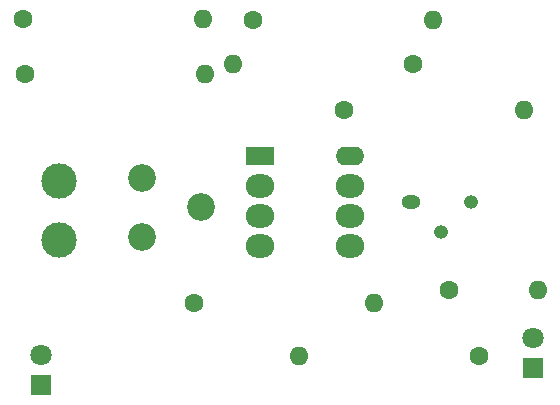
<source format=gbr>
%TF.GenerationSoftware,KiCad,Pcbnew,(5.1.9)-1*%
%TF.CreationDate,2021-09-10T18:26:04+00:00*%
%TF.ProjectId,interrupteur_crepusculaire_led,696e7465-7272-4757-9074-6575725f6372,rev?*%
%TF.SameCoordinates,Original*%
%TF.FileFunction,Soldermask,Top*%
%TF.FilePolarity,Negative*%
%FSLAX46Y46*%
G04 Gerber Fmt 4.6, Leading zero omitted, Abs format (unit mm)*
G04 Created by KiCad (PCBNEW (5.1.9)-1) date 2021-09-10 18:26:04*
%MOMM*%
%LPD*%
G01*
G04 APERTURE LIST*
%ADD10C,1.600000*%
%ADD11O,1.600000X1.600000*%
%ADD12C,1.800000*%
%ADD13R,1.800000X1.800000*%
%ADD14C,3.000000*%
%ADD15O,1.600000X1.200000*%
%ADD16O,1.200000X1.200000*%
%ADD17C,2.340000*%
%ADD18R,2.400000X1.600000*%
%ADD19O,2.400000X2.000000*%
%ADD20O,2.400000X1.600000*%
G04 APERTURE END LIST*
D10*
%TO.C,R5*%
X140200000Y-120700000D03*
D11*
X124960000Y-120700000D03*
%TD*%
D10*
%TO.C,C1*%
X137700000Y-115100000D03*
D11*
X145200000Y-115100000D03*
%TD*%
D12*
%TO.C,D1*%
X144800000Y-119160000D03*
D13*
X144800000Y-121700000D03*
%TD*%
D14*
%TO.C,J1*%
X104700000Y-105900000D03*
X104700000Y-110900000D03*
%TD*%
D15*
%TO.C,Q1*%
X134500000Y-107700000D03*
D16*
X137040000Y-110240000D03*
X139580000Y-107700000D03*
%TD*%
D10*
%TO.C,R1*%
X101600000Y-92200000D03*
D11*
X116840000Y-92200000D03*
%TD*%
D13*
%TO.C,R2*%
X103100000Y-123140000D03*
D12*
X103100000Y-120600000D03*
%TD*%
D10*
%TO.C,R3*%
X101800000Y-96800000D03*
D11*
X117040000Y-96800000D03*
%TD*%
%TO.C,R4*%
X131340000Y-116200000D03*
D10*
X116100000Y-116200000D03*
%TD*%
D11*
%TO.C,R6*%
X136340000Y-92300000D03*
D10*
X121100000Y-92300000D03*
%TD*%
D11*
%TO.C,R7*%
X119360000Y-96000000D03*
D10*
X134600000Y-96000000D03*
%TD*%
%TO.C,R8*%
X128800000Y-99900000D03*
D11*
X144040000Y-99900000D03*
%TD*%
D17*
%TO.C,RV1*%
X111700000Y-110600000D03*
X116700000Y-108100000D03*
X111700000Y-105600000D03*
%TD*%
D18*
%TO.C,U1*%
X121700000Y-103800000D03*
D19*
X129320000Y-111420000D03*
X121700000Y-106340000D03*
X129320000Y-108880000D03*
X121700000Y-108880000D03*
X129320000Y-106340000D03*
X121700000Y-111420000D03*
D20*
X129320000Y-103800000D03*
%TD*%
M02*

</source>
